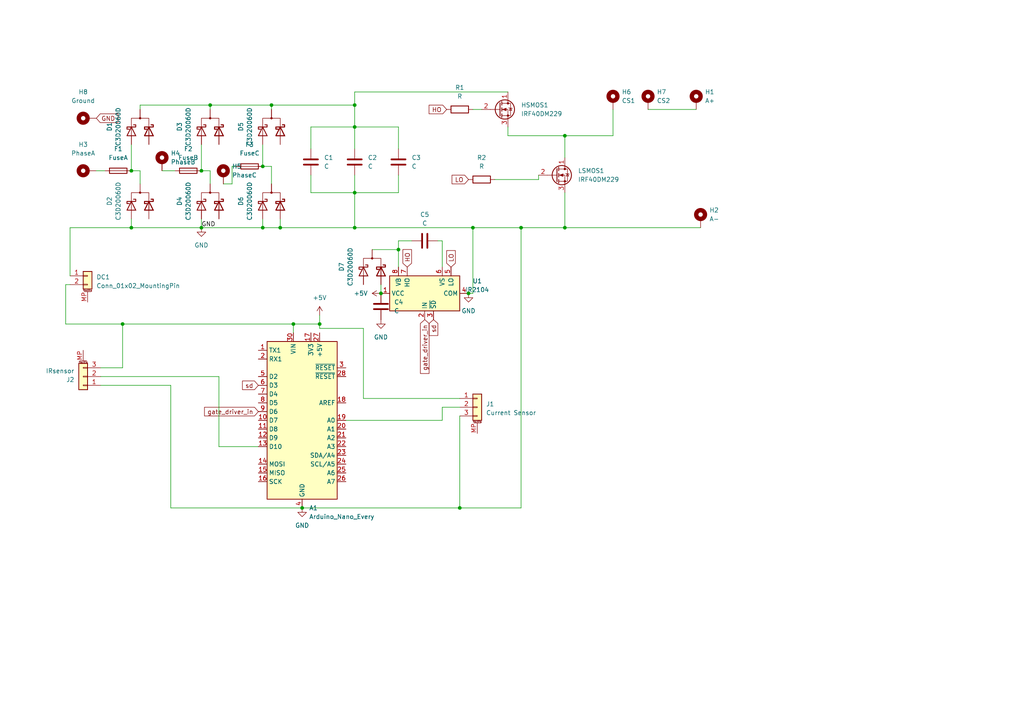
<source format=kicad_sch>
(kicad_sch (version 20211123) (generator eeschema)
  (paper "A4")
  (lib_symbols
    (symbol "Connector_Generic_MountingPin:Conn_01x02_MountingPin" (pin_names (offset 1.016) hide)
      (property "Reference" "DC" (at 0 2.54 0))
      (property "Value" "Conn_01x02_MountingPin" (at 1.27 -5.08 0))
      (symbol "Conn_01x02_MountingPin_1_1"
        (rectangle (start -1.27 -2.413) (end 0 -2.667) (stroke (width 0.1524)))
        (rectangle (start -1.27 0.127) (end 0 -0.127) (stroke (width 0.1524)))
        (rectangle (start -1.27 1.27) (end 1.27 -3.81) (stroke (width 0.254)) (fill (type background)))
        (polyline (pts (xy -1.016 -4.572) (xy 1.016 -4.572)) (stroke (width 0.1524)))
        (text "Mounting" (at 0 -4.191 0) (effects (font (size 0.381 0.381))))
        (pin passive line (at -5.08 0 0) (length 3.81) (name "Pin_1") (number "1"))
        (pin passive line (at -5.08 -2.54 0) (length 3.81) (name "Pin_2") (number "2"))
        (pin passive line (at 0 -7.62 90) (length 3.048) (name "MountPin") (number "MP"))
      )
    )
    (symbol "Connector_Generic_MountingPin:Conn_01x03_MountingPin" (pin_names (offset 1.016) hide)
      (property "Reference" "J" (at 0 5.08 0))
      (property "Value" "Conn_01x03_MountingPin" (at 1.27 -5.08 0))
      (symbol "Conn_01x03_MountingPin_1_1"
        (rectangle (start -1.27 -2.413) (end 0 -2.667) (stroke (width 0.1524)))
        (rectangle (start -1.27 0.127) (end 0 -0.127) (stroke (width 0.1524)))
        (rectangle (start -1.27 2.667) (end 0 2.413) (stroke (width 0.1524)))
        (rectangle (start -1.27 3.81) (end 1.27 -3.81) (stroke (width 0.254)) (fill (type background)))
        (polyline (pts (xy -1.016 -4.572) (xy 1.016 -4.572)) (stroke (width 0.1524)))
        (text "Mounting" (at 0 -4.191 0) (effects (font (size 0.381 0.381))))
        (pin passive line (at -5.08 2.54 0) (length 3.81) (name "Pin_1") (number "1"))
        (pin passive line (at -5.08 0 0) (length 3.81) (name "Pin_2") (number "2"))
        (pin passive line (at -5.08 -2.54 0) (length 3.81) (name "Pin_3") (number "3"))
        (pin passive line (at 0 -7.62 90) (length 3.048) (name "MountPin") (number "MP"))
      )
    )
    (symbol "Device:C" (pin_numbers hide) (pin_names (offset 0.254))
      (property "Reference" "C" (at 0.635 2.54 0))
      (property "Value" "C" (at 0.635 -2.54 0))
      (symbol "C_0_1"
        (polyline (pts (xy -2.032 -0.762) (xy 2.032 -0.762)) (stroke (width 0.508)))
        (polyline (pts (xy -2.032 0.762) (xy 2.032 0.762)) (stroke (width 0.508)))
      )
      (symbol "C_1_1"
        (pin passive line (at 0 3.81 270) (length 2.794) (name "~") (number "1"))
        (pin passive line (at 0 -3.81 90) (length 2.794) (name "~") (number "2"))
      )
    )
    (symbol "Device:Fuse" (pin_numbers hide) (pin_names (offset 0))
      (property "Reference" "F" (at 2.032 0 90))
      (property "Value" "Fuse" (at -1.905 0 90))
      (symbol "Fuse_0_1"
        (rectangle (start -0.762 -2.54) (end 0.762 2.54) (stroke (width 0.254)))
        (polyline (pts (xy 0 2.54) (xy 0 -2.54)))
      )
      (symbol "Fuse_1_1"
        (pin passive line (at 0 3.81 270) (length 1.27) (name "~") (number "1"))
        (pin passive line (at 0 -3.81 90) (length 1.27) (name "~") (number "2"))
      )
    )
    (symbol "Device:R" (pin_numbers hide) (pin_names (offset 0))
      (property "Reference" "R" (at 2.032 0 90))
      (property "Value" "R" (at 0 0 90))
      (symbol "R_0_1"
        (rectangle (start -1.016 -2.54) (end 1.016 2.54) (stroke (width 0.254)))
      )
      (symbol "R_1_1"
        (pin passive line (at 0 3.81 270) (length 1.27) (name "~") (number "1"))
        (pin passive line (at 0 -3.81 90) (length 1.27) (name "~") (number "2"))
      )
    )
    (symbol "Diode:C3D20060D" (pin_numbers hide) (pin_names (offset 1.016) hide)
      (property "Reference" "D" (at 0 5.08 0))
      (property "Value" "C3D20060D" (at 0 -5.08 0))
      (symbol "C3D20060D_0_1"
        (polyline (pts (xy -2.54 -2.54) (xy 0 -2.54)))
        (polyline (pts (xy -2.54 -2.54) (xy 0 -2.54)))
        (polyline (pts (xy -2.54 2.54) (xy 0 2.54)))
        (polyline (pts (xy -2.54 -3.81) (xy -2.54 -1.27) (xy 0 -2.54) (xy -2.54 -3.81)) (stroke (width 0.254)))
        (polyline (pts (xy -2.54 -3.81) (xy -2.54 -1.27) (xy 0 -2.54) (xy -2.54 -3.81)) (stroke (width 0.254)))
        (polyline (pts (xy -2.54 1.27) (xy -2.54 3.81) (xy 0 2.54) (xy -2.54 1.27)) (stroke (width 0.254)))
        (polyline (pts (xy 0 2.54) (xy 2.54 2.54) (xy 2.54 -2.54) (xy 0 -2.54)))
        (polyline (pts (xy 0.635 -3.175) (xy 0.635 -3.81) (xy 0 -3.81) (xy 0 -1.27) (xy -0.635 -1.27) (xy -0.635 -1.905)) (stroke (width 0.254)))
        (polyline (pts (xy 0.635 -3.175) (xy 0.635 -3.81) (xy 0 -3.81) (xy 0 -1.27) (xy -0.635 -1.27) (xy -0.635 -1.905)) (stroke (width 0.254)))
        (polyline (pts (xy 0.635 1.905) (xy 0.635 1.27) (xy 0 1.27) (xy 0 3.81) (xy -0.635 3.81) (xy -0.635 3.175)) (stroke (width 0.254)))
        (circle (center 2.54 0) (radius 0.254) (fill (type outline)))
      )
      (symbol "C3D20060D_1_1"
        (pin passive line (at -5.08 2.54 0) (length 2.54) (name "A1") (number "1"))
        (pin passive line (at 5.08 0 180) (length 2.54) (name "K") (number "2"))
        (pin passive line (at -5.08 -2.54 0) (length 2.54) (name "A2") (number "3"))
      )
    )
    (symbol "Driver_FET:IR2104"
      (property "Reference" "U" (at 1.27 13.335 0))
      (property "Value" "IR2104" (at 1.27 11.43 0))
      (symbol "IR2104_0_1"
        (rectangle (start -5.08 -10.16) (end 5.08 10.16) (stroke (width 0.254)) (fill (type background)))
      )
      (symbol "IR2104_1_1"
        (pin power_in line (at 0 12.7 270) (length 2.54) (name "VCC") (number "1"))
        (pin input line (at -7.62 0 0) (length 2.54) (name "IN") (number "2"))
        (pin input line (at -7.62 -2.54 0) (length 2.54) (name "~{SD}") (number "3"))
        (pin power_in line (at 0 -12.7 90) (length 2.54) (name "COM") (number "4"))
        (pin output line (at 7.62 -7.62 180) (length 2.54) (name "LO") (number "5"))
        (pin passive line (at 7.62 -5.08 180) (length 2.54) (name "VS") (number "6"))
        (pin output line (at 7.62 5.08 180) (length 2.54) (name "HO") (number "7"))
        (pin passive line (at 7.62 7.62 180) (length 2.54) (name "VB") (number "8"))
      )
    )
    (symbol "MCU_Module:Arduino_Nano_Every"
      (property "Reference" "A" (at -10.16 23.495 0))
      (property "Value" "Arduino_Nano_Every" (at 5.08 -24.13 0))
      (symbol "Arduino_Nano_Every_0_1"
        (rectangle (start -10.16 22.86) (end 10.16 -22.86) (stroke (width 0.254)) (fill (type background)))
      )
      (symbol "Arduino_Nano_Every_1_1"
        (pin bidirectional line (at -12.7 20.32 0) (length 2.54) (name "TX1") (number "1"))
        (pin bidirectional line (at -12.7 0 0) (length 2.54) (name "D7") (number "10"))
        (pin bidirectional line (at -12.7 -2.54 0) (length 2.54) (name "D8") (number "11"))
        (pin bidirectional line (at -12.7 -5.08 0) (length 2.54) (name "D9") (number "12"))
        (pin bidirectional line (at -12.7 -7.62 0) (length 2.54) (name "D10") (number "13"))
        (pin bidirectional line (at -12.7 -12.7 0) (length 2.54) (name "MOSI") (number "14"))
        (pin bidirectional line (at -12.7 -15.24 0) (length 2.54) (name "MISO") (number "15"))
        (pin bidirectional line (at -12.7 -17.78 0) (length 2.54) (name "SCK") (number "16"))
        (pin power_out line (at 2.54 25.4 270) (length 2.54) (name "3V3") (number "17"))
        (pin input line (at 12.7 5.08 180) (length 2.54) (name "AREF") (number "18"))
        (pin bidirectional line (at 12.7 0 180) (length 2.54) (name "A0") (number "19"))
        (pin bidirectional line (at -12.7 17.78 0) (length 2.54) (name "RX1") (number "2"))
        (pin bidirectional line (at 12.7 -2.54 180) (length 2.54) (name "A1") (number "20"))
        (pin bidirectional line (at 12.7 -5.08 180) (length 2.54) (name "A2") (number "21"))
        (pin bidirectional line (at 12.7 -7.62 180) (length 2.54) (name "A3") (number "22"))
        (pin bidirectional line (at 12.7 -10.16 180) (length 2.54) (name "SDA/A4") (number "23"))
        (pin bidirectional line (at 12.7 -12.7 180) (length 2.54) (name "SCL/A5") (number "24"))
        (pin bidirectional line (at 12.7 -15.24 180) (length 2.54) (name "A6") (number "25"))
        (pin bidirectional line (at 12.7 -17.78 180) (length 2.54) (name "A7") (number "26"))
        (pin power_out line (at 5.08 25.4 270) (length 2.54) (name "+5V") (number "27"))
        (pin input line (at 12.7 12.7 180) (length 2.54) (name "~{RESET}") (number "28"))
        (pin passive line (at 0 -25.4 90) (length 2.54) hide (name "GND") (number "29"))
        (pin input line (at 12.7 15.24 180) (length 2.54) (name "~{RESET}") (number "3"))
        (pin power_in line (at -2.54 25.4 270) (length 2.54) (name "VIN") (number "30"))
        (pin power_in line (at 0 -25.4 90) (length 2.54) (name "GND") (number "4"))
        (pin bidirectional line (at -12.7 12.7 0) (length 2.54) (name "D2") (number "5"))
        (pin bidirectional line (at -12.7 10.16 0) (length 2.54) (name "D3") (number "6"))
        (pin bidirectional line (at -12.7 7.62 0) (length 2.54) (name "D4") (number "7"))
        (pin bidirectional line (at -12.7 5.08 0) (length 2.54) (name "D5") (number "8"))
        (pin bidirectional line (at -12.7 2.54 0) (length 2.54) (name "D6") (number "9"))
      )
    )
    (symbol "Mechanical:MountingHole_Pad" (pin_numbers hide) (pin_names (offset 1.016) hide)
      (property "Reference" "H" (at 0 6.35 0))
      (property "Value" "MountingHole_Pad" (at 0 4.445 0))
      (symbol "MountingHole_Pad_0_1"
        (circle (center 0 1.27) (radius 1.27) (stroke (width 1.27)))
      )
      (symbol "MountingHole_Pad_1_1"
        (pin input line (at 0 -2.54 90) (length 2.54) (name "1") (number "1"))
      )
    )
    (symbol "Transistor_FET:IRF40DM229" (pin_names hide)
      (property "Reference" "Q" (at 5.08 1.905 0))
      (property "Value" "IRF40DM229" (at 5.08 0 0))
      (symbol "IRF40DM229_0_1"
        (polyline (pts (xy 0.254 0) (xy -2.54 0)))
        (polyline (pts (xy 0.254 1.905) (xy 0.254 -1.905)) (stroke (width 0.254)))
        (polyline (pts (xy 0.762 -1.27) (xy 0.762 -2.286)) (stroke (width 0.254)))
        (polyline (pts (xy 0.762 0.508) (xy 0.762 -0.508)) (stroke (width 0.254)))
        (polyline (pts (xy 0.762 2.286) (xy 0.762 1.27)) (stroke (width 0.254)))
        (polyline (pts (xy 2.54 2.54) (xy 2.54 1.778)))
        (polyline (pts (xy 2.54 -2.54) (xy 2.54 0) (xy 0.762 0)))
        (polyline (pts (xy 0.762 -1.778) (xy 3.302 -1.778) (xy 3.302 1.778) (xy 0.762 1.778)))
        (polyline (pts (xy 1.016 0) (xy 2.032 0.381) (xy 2.032 -0.381) (xy 1.016 0)) (fill (type outline)))
        (polyline (pts (xy 2.794 0.508) (xy 2.921 0.381) (xy 3.683 0.381) (xy 3.81 0.254)))
        (polyline (pts (xy 3.302 0.381) (xy 2.921 -0.254) (xy 3.683 -0.254) (xy 3.302 0.381)))
        (circle (center 1.651 0) (radius 2.794) (stroke (width 0.254)))
        (circle (center 2.54 -1.778) (radius 0.254) (fill (type outline)))
        (circle (center 2.54 1.778) (radius 0.254) (fill (type outline)))
      )
      (symbol "IRF40DM229_1_1"
        (pin passive line (at 2.54 5.08 270) (length 2.54) (name "D") (number "1"))
        (pin input line (at -5.08 0 0) (length 2.54) (name "G") (number "2"))
        (pin passive line (at 2.54 -5.08 90) (length 2.54) (name "S") (number "3"))
      )
    )
    (symbol "power:+5V" (power) (pin_names (offset 0))
      (property "Value" "+5V" (at 0 3.556 0))
      (symbol "+5V_0_1"
        (polyline (pts (xy -0.762 1.27) (xy 0 2.54)))
        (polyline (pts (xy 0 0) (xy 0 2.54)))
        (polyline (pts (xy 0 2.54) (xy 0.762 1.27)))
      )
      (symbol "+5V_1_1"
        (pin power_in line (at 0 0 90) (length 0) hide (name "+5V") (number "1"))
      )
    )
    (symbol "power:GND" (power) (pin_names (offset 0))
      (property "Value" "GND" (at 0 -3.81 0))
      (symbol "GND_0_1"
        (polyline (pts (xy 0 0) (xy 0 -1.27) (xy 1.27 -1.27) (xy 0 -2.54) (xy -1.27 -1.27) (xy 0 -1.27)))
      )
      (symbol "GND_1_1"
        (pin power_in line (at 0 0 270) (length 0) hide (name "GND") (number "1"))
      )
    )
  )
  (junction (at 102.87 30.48))
  (junction (at 135.89 85.09))
  (junction (at 81.28 66.04))
  (junction (at 163.83 39.37))
  (junction (at 38.1 49.53))
  (junction (at 102.87 55.88))
  (junction (at 151.13 66.04))
  (junction (at 76.2 48.26))
  (junction (at 102.87 36.83))
  (junction (at 76.2 66.04))
  (junction (at 38.1 66.04))
  (junction (at 58.42 66.04))
  (junction (at 87.63 147.32))
  (junction (at 137.16 66.04))
  (junction (at 78.74 30.48))
  (junction (at 115.57 72.39))
  (junction (at 102.87 66.04))
  (junction (at 58.42 49.53))
  (junction (at 163.83 66.04))
  (junction (at 92.71 93.98))
  (junction (at 35.56 93.98))
  (junction (at 85.09 93.98))
  (junction (at 133.35 147.32))
  (junction (at 60.96 30.48))
  (junction (at 110.49 85.09))
  (wire (pts (xy 38.1 49.53) (xy 38.1 41.91)))
  (wire (pts (xy 78.74 48.26) (xy 76.2 48.26)))
  (wire (pts (xy 90.17 43.18) (xy 90.17 36.83)))
  (wire (pts (xy 78.74 30.48) (xy 102.87 30.48)))
  (wire (pts (xy 115.57 72.39) (xy 115.57 77.47)))
  (wire (pts (xy 81.28 66.04) (xy 81.28 63.5)))
  (wire (pts (xy 115.57 69.85) (xy 115.57 72.39)))
  (wire (pts (xy 19.05 93.98) (xy 19.05 82.55)))
  (wire (pts (xy 102.87 55.88) (xy 102.87 66.04)))
  (wire (pts (xy 102.87 26.67) (xy 102.87 30.48)))
  (wire (pts (xy 35.56 93.98) (xy 35.56 106.68)))
  (wire (pts (xy 147.32 36.83) (xy 147.32 39.37)))
  (wire (pts (xy 90.17 55.88) (xy 102.87 55.88)))
  (wire (pts (xy 128.27 121.92) (xy 128.27 118.11)))
  (wire (pts (xy 102.87 36.83) (xy 102.87 30.48)))
  (wire (pts (xy 133.35 147.32) (xy 151.13 147.32)))
  (wire (pts (xy 137.16 85.09) (xy 135.89 85.09)))
  (wire (pts (xy 102.87 50.8) (xy 102.87 55.88)))
  (wire (pts (xy 58.42 49.53) (xy 58.42 41.91)))
  (wire (pts (xy 67.31 53.34) (xy 67.31 48.26)))
  (wire (pts (xy 92.71 95.25) (xy 92.71 93.98)))
  (wire (pts (xy 105.41 95.25) (xy 105.41 115.57)))
  (wire (pts (xy 163.83 55.88) (xy 163.83 66.04)))
  (wire (pts (xy 115.57 36.83) (xy 115.57 43.18)))
  (wire (pts (xy 147.32 26.67) (xy 102.87 26.67)))
  (wire (pts (xy 85.09 93.98) (xy 35.56 93.98)))
  (wire (pts (xy 63.5 129.54) (xy 74.93 129.54)))
  (wire (pts (xy 46.99 49.53) (xy 50.8 49.53)))
  (wire (pts (xy 100.33 121.92) (xy 128.27 121.92)))
  (wire (pts (xy 147.32 39.37) (xy 163.83 39.37)))
  (wire (pts (xy 102.87 55.88) (xy 115.57 55.88)))
  (wire (pts (xy 119.38 69.85) (xy 115.57 69.85)))
  (wire (pts (xy 19.05 82.55) (xy 20.32 82.55)))
  (wire (pts (xy 137.16 31.75) (xy 139.7 31.75)))
  (wire (pts (xy 128.27 118.11) (xy 133.35 118.11)))
  (wire (pts (xy 90.17 36.83) (xy 102.87 36.83)))
  (wire (pts (xy 60.96 53.34) (xy 60.96 49.53)))
  (wire (pts (xy 102.87 66.04) (xy 137.16 66.04)))
  (wire (pts (xy 64.77 53.34) (xy 67.31 53.34)))
  (wire (pts (xy 163.83 39.37) (xy 163.83 45.72)))
  (wire (pts (xy 163.83 66.04) (xy 203.2 66.04)))
  (wire (pts (xy 177.8 39.37) (xy 163.83 39.37)))
  (wire (pts (xy 137.16 66.04) (xy 137.16 85.09)))
  (wire (pts (xy 49.53 147.32) (xy 87.63 147.32)))
  (wire (pts (xy 49.53 111.76) (xy 49.53 147.32)))
  (wire (pts (xy 87.63 147.32) (xy 133.35 147.32)))
  (wire (pts (xy 102.87 36.83) (xy 115.57 36.83)))
  (wire (pts (xy 90.17 50.8) (xy 90.17 55.88)))
  (wire (pts (xy 151.13 66.04) (xy 151.13 147.32)))
  (wire (pts (xy 63.5 109.22) (xy 63.5 129.54)))
  (wire (pts (xy 40.64 49.53) (xy 38.1 49.53)))
  (wire (pts (xy 110.49 82.55) (xy 110.49 85.09)))
  (wire (pts (xy 29.21 109.22) (xy 63.5 109.22)))
  (wire (pts (xy 78.74 30.48) (xy 78.74 31.75)))
  (wire (pts (xy 127 69.85) (xy 128.27 69.85)))
  (wire (pts (xy 78.74 53.34) (xy 78.74 48.26)))
  (wire (pts (xy 29.21 111.76) (xy 49.53 111.76)))
  (wire (pts (xy 85.09 93.98) (xy 85.09 96.52)))
  (wire (pts (xy 40.64 31.75) (xy 40.64 30.48)))
  (wire (pts (xy 27.94 49.53) (xy 30.48 49.53)))
  (wire (pts (xy 128.27 69.85) (xy 128.27 77.47)))
  (wire (pts (xy 20.32 66.04) (xy 20.32 80.01)))
  (wire (pts (xy 29.21 106.68) (xy 35.56 106.68)))
  (wire (pts (xy 92.71 91.44) (xy 92.71 93.98)))
  (wire (pts (xy 105.41 95.25) (xy 92.71 95.25)))
  (wire (pts (xy 58.42 66.04) (xy 76.2 66.04)))
  (wire (pts (xy 60.96 30.48) (xy 78.74 30.48)))
  (wire (pts (xy 177.8 31.75) (xy 177.8 39.37)))
  (wire (pts (xy 76.2 63.5) (xy 76.2 66.04)))
  (wire (pts (xy 35.56 93.98) (xy 19.05 93.98)))
  (wire (pts (xy 38.1 63.5) (xy 38.1 66.04)))
  (wire (pts (xy 76.2 66.04) (xy 81.28 66.04)))
  (wire (pts (xy 133.35 120.65) (xy 133.35 147.32)))
  (wire (pts (xy 156.21 52.07) (xy 156.21 50.8)))
  (wire (pts (xy 115.57 50.8) (xy 115.57 55.88)))
  (wire (pts (xy 38.1 66.04) (xy 58.42 66.04)))
  (wire (pts (xy 81.28 66.04) (xy 102.87 66.04)))
  (wire (pts (xy 58.42 63.5) (xy 58.42 66.04)))
  (wire (pts (xy 60.96 49.53) (xy 58.42 49.53)))
  (wire (pts (xy 76.2 48.26) (xy 76.2 41.91)))
  (wire (pts (xy 151.13 66.04) (xy 163.83 66.04)))
  (wire (pts (xy 107.95 72.39) (xy 115.57 72.39)))
  (wire (pts (xy 137.16 66.04) (xy 151.13 66.04)))
  (wire (pts (xy 143.51 52.07) (xy 156.21 52.07)))
  (wire (pts (xy 40.64 53.34) (xy 40.64 49.53)))
  (wire (pts (xy 67.31 48.26) (xy 68.58 48.26)))
  (wire (pts (xy 60.96 30.48) (xy 60.96 31.75)))
  (wire (pts (xy 40.64 30.48) (xy 60.96 30.48)))
  (wire (pts (xy 187.96 31.75) (xy 201.93 31.75)))
  (wire (pts (xy 105.41 115.57) (xy 133.35 115.57)))
  (wire (pts (xy 102.87 36.83) (xy 102.87 43.18)))
  (wire (pts (xy 92.71 93.98) (xy 85.09 93.98)))
  (wire (pts (xy 38.1 66.04) (xy 20.32 66.04)))
  (label "GND" (at 58.42 66.04 0))
  (global_label "sd" (shape input) (at 74.93 111.76 180) (property "Intersheet References" "${INTERSHEET_REFS}" (effects hide)))
  (global_label "HO" (shape input) (at 118.11 77.47 90) (property "Intersheet References" "${INTERSHEET_REFS}" (effects hide)))
  (global_label "gate_driver_in" (shape input) (at 123.19 92.71 270) (property "Intersheet References" "${INTERSHEET_REFS}" (effects hide)))
  (global_label "LO" (shape input) (at 135.89 52.07 180) (property "Intersheet References" "${INTERSHEET_REFS}" (effects hide)))
  (global_label "LO" (shape input) (at 130.81 77.47 90) (property "Intersheet References" "${INTERSHEET_REFS}" (effects hide)))
  (global_label "HO" (shape input) (at 129.54 31.75 180) (property "Intersheet References" "${INTERSHEET_REFS}" (effects hide)))
  (global_label "sd" (shape input) (at 125.73 92.71 270) (property "Intersheet References" "${INTERSHEET_REFS}" (effects hide)))
  (global_label "gate_driver_in" (shape input) (at 74.93 119.38 180) (property "Intersheet References" "${INTERSHEET_REFS}" (effects hide)))
  (global_label "GND" (shape input) (at 27.94 34.29 0) (property "Intersheet References" "${INTERSHEET_REFS}" (effects hide)))
  (symbol (lib_id "Device:Fuse") (at 34.29 49.53 90) (unit 1)
    (property "Reference" "F1" (at 34.29 43.18 90))
    (property "Value" "FuseA" (at 34.29 45.72 90))
    (property "Footprint" "Fuse:Fuseholder_Cylinder-5x20mm_Schurter_0031_8201_Horizontal_Open" (effects hide))
  )
  (symbol (lib_id "Mechanical:MountingHole_Pad") (at 203.2 63.5 0) (unit 1)
    (property "Reference" "H2" (at 205.74 60.9599 0) (effects (justify left)))
    (property "Value" "A-" (at 205.74 63.4999 0) (effects (justify left)))
    (property "Footprint" "Connector:Banana_Jack_1Pin" (effects hide))
  )
  (symbol (lib_id "Device:C") (at 90.17 46.99 0) (unit 1)
    (property "Reference" "C1" (at 93.98 45.7199 0) (effects (justify left)))
    (property "Value" "C" (at 93.98 48.2599 0) (effects (justify left)))
    (property "Footprint" "Capacitor_THT:CP_Axial_L30.0mm_D12.5mm_P35.00mm_Horizontal" (effects hide))
  )
  (symbol (lib_id "Diode:C3D20060D") (at 60.96 36.83 90) (unit 1)
    (property "Reference" "D3" (at 52.07 36.7665 0))
    (property "Value" "C3D20060D" (at 54.61 36.7665 0))
    (property "Footprint" "Package_TO_SOT_THT:TO-247-3_Vertical" (effects hide))
    (property "Datasheet" "https://www.wolfspeed.com/media/downloads/100/C3D20060D.pdf" (effects hide))
  )
  (symbol (lib_id "Device:C") (at 110.49 88.9 0) (unit 1)
    (property "Reference" "C4" (at 114.3 87.6299 0) (effects (justify left)))
    (property "Value" "C" (at 114.3 90.1699 0) (effects (justify left)))
    (property "Footprint" "Capacitor_THT:CP_Axial_L10.0mm_D6.0mm_P15.00mm_Horizontal" (effects hide))
  )
  (symbol (lib_id "power:+5V") (at 92.71 91.44 0) (unit 1)
    (property "Reference" "#PWR0104" (effects hide))
    (property "Value" "+5V" (at 92.71 86.36 0))
  )
  (symbol (lib_id "Driver_FET:IR2104") (at 123.19 85.09 90) (unit 1)
    (property "Reference" "U1" (at 138.43 81.5086 90))
    (property "Value" "IR2104" (at 138.43 84.0486 90))
    (property "Footprint" "Package_DIP:DIP-8_W10.16mm_LongPads" (effects hide))
    (property "Datasheet" "https://www.infineon.com/dgdl/ir2104.pdf?fileId=5546d462533600a4015355c7c1c31671" (effects hide))
  )
  (symbol (lib_id "Connector_Generic_MountingPin:Conn_01x03_MountingPin") (at 24.13 109.22 180) (unit 1)
    (property "Reference" "J2" (at 21.59 110.1345 0) (effects (justify left)))
    (property "Value" "IRsensor" (at 21.59 107.5945 0) (effects (justify left)))
    (property "Footprint" "Connector_PinHeader_2.54mm:PinHeader_1x03_P2.54mm_Vertical" (effects hide))
  )
  (symbol (lib_id "Device:Fuse") (at 54.61 49.53 90) (unit 1)
    (property "Reference" "F2" (at 54.61 43.18 90))
    (property "Value" "FuseB" (at 54.61 45.72 90))
    (property "Footprint" "Fuse:Fuseholder_Cylinder-5x20mm_Schurter_0031_8201_Horizontal_Open" (effects hide))
  )
  (symbol (lib_id "Device:C") (at 123.19 69.85 90) (unit 1)
    (property "Reference" "C5" (at 123.19 62.23 90))
    (property "Value" "C" (at 123.19 64.77 90))
    (property "Footprint" "Capacitor_THT:CP_Axial_L10.0mm_D6.0mm_P15.00mm_Horizontal" (effects hide))
  )
  (symbol (lib_id "Device:C") (at 115.57 46.99 0) (unit 1)
    (property "Reference" "C3" (at 119.38 45.7199 0) (effects (justify left)))
    (property "Value" "C" (at 119.38 48.2599 0) (effects (justify left)))
    (property "Footprint" "Capacitor_THT:CP_Axial_L30.0mm_D12.5mm_P35.00mm_Horizontal" (effects hide))
  )
  (symbol (lib_id "power:+5V") (at 110.49 85.09 90) (unit 1)
    (property "Reference" "#PWR0103" (effects hide))
    (property "Value" "+5V" (at 106.68 85.0899 90) (effects (justify left)))
  )
  (symbol (lib_id "power:GND") (at 135.89 85.09 0) (unit 1)
    (property "Reference" "#PWR0106" (effects hide))
    (property "Value" "GND" (at 135.89 90.17 0))
  )
  (symbol (lib_id "Mechanical:MountingHole_Pad") (at 177.8 29.21 0) (unit 1)
    (property "Reference" "H6" (at 180.34 26.6699 0) (effects (justify left)))
    (property "Value" "CS1" (at 180.34 29.2099 0) (effects (justify left)))
    (property "Footprint" "Connector:Banana_Jack_1Pin" (effects hide))
  )
  (symbol (lib_id "Mechanical:MountingHole_Pad") (at 25.4 49.53 90) (unit 1)
    (property "Reference" "H3" (at 24.13 41.91 90))
    (property "Value" "PhaseA" (at 24.13 44.45 90))
    (property "Footprint" "Connector:Banana_Jack_1Pin" (effects hide))
  )
  (symbol (lib_id "Device:R") (at 133.35 31.75 90) (unit 1)
    (property "Reference" "R1" (at 133.35 25.4 90))
    (property "Value" "R" (at 133.35 27.94 90))
    (property "Footprint" "Resistor_THT:R_Axial_DIN0414_L11.9mm_D4.5mm_P5.08mm_Vertical" (effects hide))
  )
  (symbol (lib_id "power:GND") (at 110.49 92.71 0) (unit 1)
    (property "Reference" "#PWR0105" (effects hide))
    (property "Value" "GND" (at 110.49 97.79 0))
  )
  (symbol (lib_id "Transistor_FET:IRF40DM229") (at 144.78 31.75 0) (unit 1)
    (property "Reference" "HSMOS1" (at 151.13 30.4799 0) (effects (justify left)))
    (property "Value" "IRF40DM229" (at 151.13 33.0199 0) (effects (justify left)))
    (property "Footprint" "Package_TO_SOT_THT:TO-220-3_Vertical" (effects hide))
    (property "Datasheet" "https://www.infineon.com/dgdl/Infineon-IRF40DM229-DS-v02_00-EN.pdf?fileId=5546d462557e6e890155a15c899160ea" (effects hide))
  )
  (symbol (lib_id "Connector_Generic_MountingPin:Conn_01x02_MountingPin") (at 25.4 80.01 0) (unit 1)
    (property "Reference" "DC1" (at 27.94 80.3655 0) (effects (justify left)))
    (property "Value" "Conn_01x02_MountingPin" (at 27.94 82.9055 0) (effects (justify left)))
    (property "Footprint" "Connector:Banana_Jack_2Pin" (effects hide))
  )
  (symbol (lib_id "Mechanical:MountingHole_Pad") (at 201.93 29.21 0) (unit 1)
    (property "Reference" "H1" (at 204.47 26.6699 0) (effects (justify left)))
    (property "Value" "A+" (at 204.47 29.2099 0) (effects (justify left)))
    (property "Footprint" "Connector:Banana_Jack_1Pin" (effects hide))
  )
  (symbol (lib_id "Device:Fuse") (at 72.39 48.26 90) (unit 1)
    (property "Reference" "F3" (at 72.39 41.91 90))
    (property "Value" "FuseC" (at 72.39 44.45 90))
    (property "Footprint" "Fuse:Fuseholder_Cylinder-5x20mm_Schurter_0031_8201_Horizontal_Open" (effects hide))
  )
  (symbol (lib_id "Diode:C3D20060D") (at 40.64 36.83 90) (unit 1)
    (property "Reference" "D1" (at 31.75 36.7665 0))
    (property "Value" "C3D20060D" (at 34.29 36.7665 0))
    (property "Footprint" "Package_TO_SOT_THT:TO-247-3_Vertical" (effects hide))
    (property "Datasheet" "https://www.wolfspeed.com/media/downloads/100/C3D20060D.pdf" (effects hide))
  )
  (symbol (lib_id "Diode:C3D20060D") (at 60.96 58.42 90) (unit 1)
    (property "Reference" "D4" (at 52.07 58.3565 0))
    (property "Value" "C3D20060D" (at 54.61 58.3565 0))
    (property "Footprint" "Package_TO_SOT_THT:TO-247-3_Vertical" (effects hide))
    (property "Datasheet" "https://www.wolfspeed.com/media/downloads/100/C3D20060D.pdf" (effects hide))
  )
  (symbol (lib_id "Mechanical:MountingHole_Pad") (at 25.4 34.29 90) (unit 1)
    (property "Reference" "H8" (at 24.13 26.67 90))
    (property "Value" "Ground" (at 24.13 29.21 90))
    (property "Footprint" "Connector:Banana_Jack_1Pin" (effects hide))
  )
  (symbol (lib_id "Diode:C3D20060D") (at 78.74 58.42 90) (unit 1)
    (property "Reference" "D6" (at 69.85 58.3565 0))
    (property "Value" "C3D20060D" (at 72.39 58.3565 0))
    (property "Footprint" "Package_TO_SOT_THT:TO-247-3_Vertical" (effects hide))
    (property "Datasheet" "https://www.wolfspeed.com/media/downloads/100/C3D20060D.pdf" (effects hide))
  )
  (symbol (lib_id "Device:R") (at 139.7 52.07 90) (unit 1)
    (property "Reference" "R2" (at 139.7 45.72 90))
    (property "Value" "R" (at 139.7 48.26 90))
    (property "Footprint" "Resistor_THT:R_Axial_DIN0414_L11.9mm_D4.5mm_P5.08mm_Vertical" (effects hide))
  )
  (symbol (lib_id "Mechanical:MountingHole_Pad") (at 46.99 46.99 0) (unit 1)
    (property "Reference" "H4" (at 49.53 44.4499 0) (effects (justify left)))
    (property "Value" "PhaseB" (at 49.53 46.9899 0) (effects (justify left)))
    (property "Footprint" "Connector:Banana_Jack_1Pin" (effects hide))
  )
  (symbol (lib_id "power:GND") (at 87.63 147.32 0) (unit 1)
    (property "Reference" "#PWR0102" (effects hide))
    (property "Value" "GND" (at 87.63 152.4 0))
  )
  (symbol (lib_id "Device:C") (at 102.87 46.99 0) (unit 1)
    (property "Reference" "C2" (at 106.68 45.7199 0) (effects (justify left)))
    (property "Value" "C" (at 106.68 48.2599 0) (effects (justify left)))
    (property "Footprint" "Capacitor_THT:CP_Axial_L30.0mm_D12.5mm_P35.00mm_Horizontal" (effects hide))
  )
  (symbol (lib_id "Diode:C3D20060D") (at 40.64 58.42 90) (unit 1)
    (property "Reference" "D2" (at 31.75 58.3565 0))
    (property "Value" "C3D20060D" (at 34.29 58.3565 0))
    (property "Footprint" "Package_TO_SOT_THT:TO-247-3_Vertical" (effects hide))
    (property "Datasheet" "https://www.wolfspeed.com/media/downloads/100/C3D20060D.pdf" (effects hide))
  )
  (symbol (lib_id "MCU_Module:Arduino_Nano_Every") (at 87.63 121.92 0) (unit 1)
    (property "Reference" "A1" (at 89.6494 147.32 0) (effects (justify left)))
    (property "Value" "Arduino_Nano_Every" (at 89.6494 149.86 0) (effects (justify left)))
    (property "Footprint" "Module:Arduino_Nano" (effects hide))
    (property "Datasheet" "https://content.arduino.cc/assets/NANOEveryV3.0_sch.pdf" (effects hide))
  )
  (symbol (lib_id "Transistor_FET:IRF40DM229") (at 161.29 50.8 0) (unit 1)
    (property "Reference" "LSMOS1" (at 167.64 49.5299 0) (effects (justify left)))
    (property "Value" "IRF40DM229" (at 167.64 52.0699 0) (effects (justify left)))
    (property "Footprint" "Package_TO_SOT_THT:TO-220-3_Vertical" (effects hide))
    (property "Datasheet" "https://www.infineon.com/dgdl/Infineon-IRF40DM229-DS-v02_00-EN.pdf?fileId=5546d462557e6e890155a15c899160ea" (effects hide))
  )
  (symbol (lib_id "Mechanical:MountingHole_Pad") (at 187.96 29.21 0) (unit 1)
    (property "Reference" "H7" (at 190.5 26.6699 0) (effects (justify left)))
    (property "Value" "CS2" (at 190.5 29.2099 0) (effects (justify left)))
    (property "Footprint" "Connector:Banana_Jack_1Pin" (effects hide))
  )
  (symbol (lib_id "Connector_Generic_MountingPin:Conn_01x03_MountingPin") (at 138.43 118.11 0) (unit 1)
    (property "Reference" "J1" (at 140.97 117.1955 0) (effects (justify left)))
    (property "Value" "Current Sensor" (at 140.97 119.7355 0) (effects (justify left)))
    (property "Footprint" "Connector_PinHeader_2.54mm:PinHeader_1x03_P2.54mm_Vertical" (effects hide))
  )
  (symbol (lib_id "Mechanical:MountingHole_Pad") (at 64.77 50.8 0) (unit 1)
    (property "Reference" "H5" (at 67.31 48.2599 0) (effects (justify left)))
    (property "Value" "PhaseC" (at 67.31 50.7999 0) (effects (justify left)))
    (property "Footprint" "Connector:Banana_Jack_1Pin" (effects hide))
  )
  (symbol (lib_id "Diode:C3D20060D") (at 78.74 36.83 90) (unit 1)
    (property "Reference" "D5" (at 69.85 36.7665 0))
    (property "Value" "C3D20060D" (at 72.39 36.7665 0))
    (property "Footprint" "Package_TO_SOT_THT:TO-247-3_Vertical" (effects hide))
    (property "Datasheet" "https://www.wolfspeed.com/media/downloads/100/C3D20060D.pdf" (effects hide))
  )
  (symbol (lib_id "power:GND") (at 58.42 66.04 0) (unit 1)
    (property "Reference" "#PWR0101" (effects hide))
    (property "Value" "GND" (at 58.42 71.12 0))
  )
  (symbol (lib_id "Diode:C3D20060D") (at 107.95 77.47 90) (unit 1)
    (property "Reference" "D7" (at 99.06 77.4065 0))
    (property "Value" "C3D20060D" (at 101.6 77.4065 0))
    (property "Footprint" "Package_TO_SOT_THT:TO-247-3_Vertical" (effects hide))
    (property "Datasheet" "https://www.wolfspeed.com/media/downloads/100/C3D20060D.pdf" (effects hide))
  )
)
</source>
